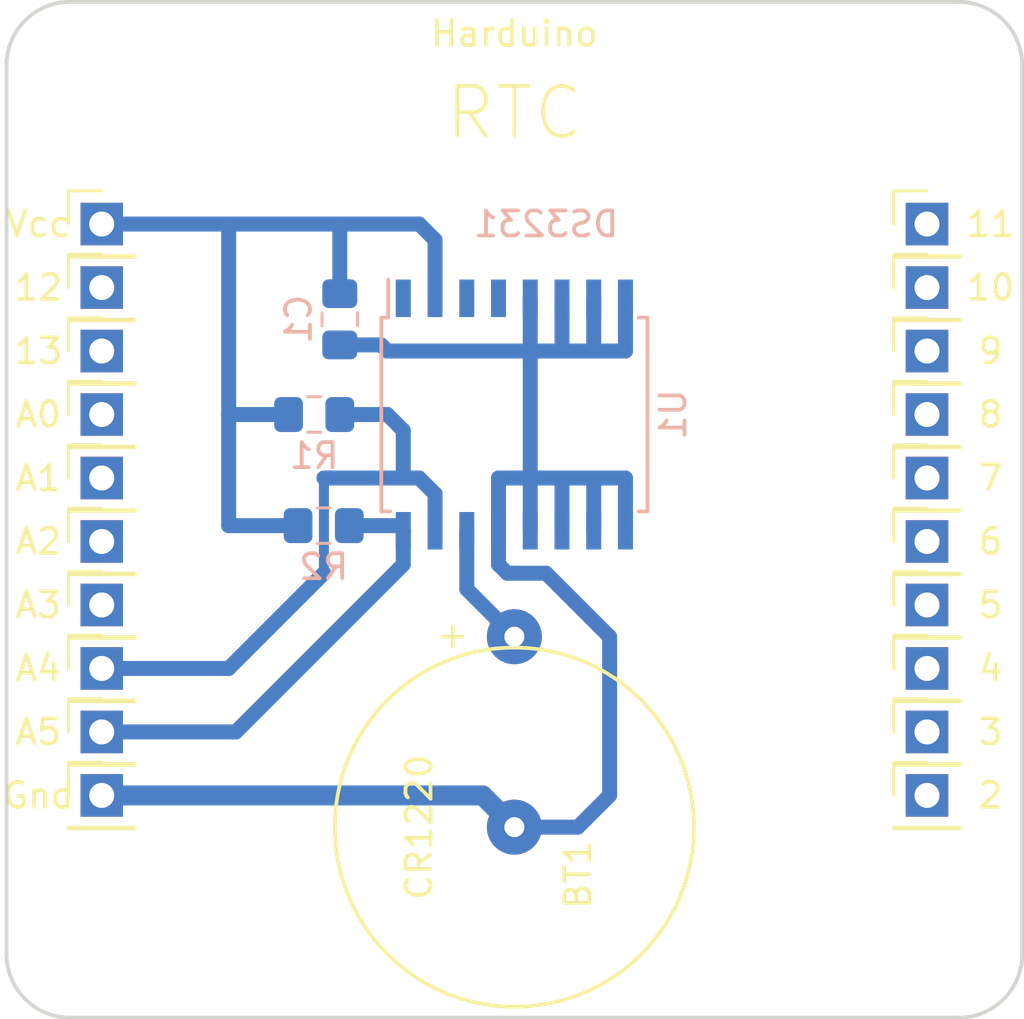
<source format=kicad_pcb>
(kicad_pcb (version 20171130) (host pcbnew "(5.1.4)-1")

  (general
    (thickness 1.6)
    (drawings 31)
    (tracks 58)
    (zones 0)
    (modules 29)
    (nets 25)
  )

  (page A4)
  (layers
    (0 F.Cu signal)
    (31 B.Cu signal)
    (32 B.Adhes user)
    (33 F.Adhes user)
    (34 B.Paste user)
    (35 F.Paste user)
    (36 B.SilkS user)
    (37 F.SilkS user)
    (38 B.Mask user)
    (39 F.Mask user)
    (40 Dwgs.User user)
    (41 Cmts.User user)
    (42 Eco1.User user)
    (43 Eco2.User user)
    (44 Edge.Cuts user)
    (45 Margin user)
    (46 B.CrtYd user)
    (47 F.CrtYd user)
    (48 B.Fab user)
    (49 F.Fab user)
  )

  (setup
    (last_trace_width 0.6)
    (user_trace_width 0.6)
    (user_trace_width 0.8)
    (trace_clearance 0.2)
    (zone_clearance 0.508)
    (zone_45_only no)
    (trace_min 0.2)
    (via_size 0.8)
    (via_drill 0.4)
    (via_min_size 0.4)
    (via_min_drill 0.3)
    (uvia_size 0.3)
    (uvia_drill 0.1)
    (uvias_allowed no)
    (uvia_min_size 0.2)
    (uvia_min_drill 0.1)
    (edge_width 0.05)
    (segment_width 0.2)
    (pcb_text_width 0.3)
    (pcb_text_size 1.5 1.5)
    (mod_edge_width 0.12)
    (mod_text_size 1 1)
    (mod_text_width 0.15)
    (pad_size 1.524 1.524)
    (pad_drill 0.762)
    (pad_to_mask_clearance 0.051)
    (solder_mask_min_width 0.25)
    (aux_axis_origin 0 0)
    (visible_elements 7FFFFFFF)
    (pcbplotparams
      (layerselection 0x010fc_ffffffff)
      (usegerberextensions false)
      (usegerberattributes false)
      (usegerberadvancedattributes false)
      (creategerberjobfile false)
      (excludeedgelayer true)
      (linewidth 0.100000)
      (plotframeref false)
      (viasonmask false)
      (mode 1)
      (useauxorigin false)
      (hpglpennumber 1)
      (hpglpenspeed 20)
      (hpglpendiameter 15.000000)
      (psnegative false)
      (psa4output false)
      (plotreference true)
      (plotvalue true)
      (plotinvisibletext false)
      (padsonsilk false)
      (subtractmaskfromsilk false)
      (outputformat 1)
      (mirror false)
      (drillshape 1)
      (scaleselection 1)
      (outputdirectory ""))
  )

  (net 0 "")
  (net 1 "Net-(J1-Pad1)")
  (net 2 "Net-(J2-Pad1)")
  (net 3 "Net-(J3-Pad1)")
  (net 4 "Net-(J4-Pad1)")
  (net 5 "Net-(J5-Pad1)")
  (net 6 "Net-(J6-Pad1)")
  (net 7 "Net-(J7-Pad1)")
  (net 8 "Net-(J8-Pad1)")
  (net 9 "Net-(J9-Pad1)")
  (net 10 "Net-(J10-Pad1)")
  (net 11 "Net-(J11-Pad1)")
  (net 12 "Net-(J12-Pad1)")
  (net 13 "Net-(J13-Pad1)")
  (net 14 "Net-(J14-Pad1)")
  (net 15 "Net-(J15-Pad1)")
  (net 16 "Net-(J16-Pad1)")
  (net 17 "Net-(J17-Pad1)")
  (net 18 "Net-(J18-Pad1)")
  (net 19 "Net-(BT1-Pad1)")
  (net 20 GND)
  (net 21 VCC)
  (net 22 "Net-(U1-Pad1)")
  (net 23 "Net-(U1-Pad3)")
  (net 24 "Net-(U1-Pad4)")

  (net_class Default "Это класс цепей по умолчанию."
    (clearance 0.2)
    (trace_width 0.25)
    (via_dia 0.8)
    (via_drill 0.4)
    (uvia_dia 0.3)
    (uvia_drill 0.1)
    (add_net GND)
    (add_net "Net-(BT1-Pad1)")
    (add_net "Net-(J1-Pad1)")
    (add_net "Net-(J10-Pad1)")
    (add_net "Net-(J11-Pad1)")
    (add_net "Net-(J12-Pad1)")
    (add_net "Net-(J13-Pad1)")
    (add_net "Net-(J14-Pad1)")
    (add_net "Net-(J15-Pad1)")
    (add_net "Net-(J16-Pad1)")
    (add_net "Net-(J17-Pad1)")
    (add_net "Net-(J18-Pad1)")
    (add_net "Net-(J2-Pad1)")
    (add_net "Net-(J3-Pad1)")
    (add_net "Net-(J4-Pad1)")
    (add_net "Net-(J5-Pad1)")
    (add_net "Net-(J6-Pad1)")
    (add_net "Net-(J7-Pad1)")
    (add_net "Net-(J8-Pad1)")
    (add_net "Net-(J9-Pad1)")
    (add_net "Net-(U1-Pad1)")
    (add_net "Net-(U1-Pad3)")
    (add_net "Net-(U1-Pad4)")
    (add_net VCC)
  )

  (module MountingHole:MountingHole_3.2mm_M3 (layer F.Cu) (tedit 56D1B4CB) (tstamp 5D79781E)
    (at 92.71 54.61)
    (descr "Mounting Hole 3.2mm, no annular, M3")
    (tags "mounting hole 3.2mm no annular m3")
    (path /5D791BF4)
    (attr virtual)
    (fp_text reference H1 (at -3.81 -4.2) (layer F.SilkS) hide
      (effects (font (size 1 1) (thickness 0.15)))
    )
    (fp_text value MountingHole (at 2.54 -5.08) (layer F.Fab) hide
      (effects (font (size 1 1) (thickness 0.15)))
    )
    (fp_circle (center 0 0) (end 3.45 0) (layer F.CrtYd) (width 0.05))
    (fp_circle (center 0 0) (end 3.2 0) (layer Cmts.User) (width 0.15))
    (fp_text user %R (at 0.3 0) (layer F.Fab)
      (effects (font (size 1 1) (thickness 0.15)))
    )
    (pad 1 np_thru_hole circle (at 0 0) (size 3.2 3.2) (drill 3.2) (layers *.Cu *.Mask))
  )

  (module MountingHole:MountingHole_3.2mm_M3 (layer F.Cu) (tedit 56D1B4CB) (tstamp 5D797826)
    (at 92.71 87.63)
    (descr "Mounting Hole 3.2mm, no annular, M3")
    (tags "mounting hole 3.2mm no annular m3")
    (path /5D793188)
    (attr virtual)
    (fp_text reference H2 (at -3.81 3.81) (layer F.SilkS) hide
      (effects (font (size 1 1) (thickness 0.15)))
    )
    (fp_text value MountingHole (at 3.81 5.08) (layer F.Fab) hide
      (effects (font (size 1 1) (thickness 0.15)))
    )
    (fp_text user %R (at 0.3 0) (layer F.Fab)
      (effects (font (size 1 1) (thickness 0.15)))
    )
    (fp_circle (center 0 0) (end 3.2 0) (layer Cmts.User) (width 0.15))
    (fp_circle (center 0 0) (end 3.45 0) (layer F.CrtYd) (width 0.05))
    (pad 1 np_thru_hole circle (at 0 0) (size 3.2 3.2) (drill 3.2) (layers *.Cu *.Mask))
  )

  (module MountingHole:MountingHole_3.2mm_M3 (layer F.Cu) (tedit 56D1B4CB) (tstamp 5D79782E)
    (at 125.73 54.61)
    (descr "Mounting Hole 3.2mm, no annular, M3")
    (tags "mounting hole 3.2mm no annular m3")
    (path /5D793224)
    (attr virtual)
    (fp_text reference H3 (at 3.81 -3.81) (layer F.SilkS) hide
      (effects (font (size 1 1) (thickness 0.15)))
    )
    (fp_text value MountingHole (at -2.54 -5.08) (layer F.Fab) hide
      (effects (font (size 1 1) (thickness 0.15)))
    )
    (fp_circle (center 0 0) (end 3.45 0) (layer F.CrtYd) (width 0.05))
    (fp_circle (center 0 0) (end 3.2 0) (layer Cmts.User) (width 0.15))
    (fp_text user %R (at 0.3 0) (layer F.Fab)
      (effects (font (size 1 1) (thickness 0.15)))
    )
    (pad 1 np_thru_hole circle (at 0 0) (size 3.2 3.2) (drill 3.2) (layers *.Cu *.Mask))
  )

  (module MountingHole:MountingHole_3.2mm_M3 (layer F.Cu) (tedit 56D1B4CB) (tstamp 5D797836)
    (at 125.73 87.63)
    (descr "Mounting Hole 3.2mm, no annular, M3")
    (tags "mounting hole 3.2mm no annular m3")
    (path /5D7932CC)
    (attr virtual)
    (fp_text reference H4 (at 3.81 3.81) (layer F.SilkS) hide
      (effects (font (size 1 1) (thickness 0.15)))
    )
    (fp_text value MountingHole (at -5.08 5.08) (layer F.Fab) hide
      (effects (font (size 1 1) (thickness 0.15)))
    )
    (fp_text user %R (at 0 0) (layer F.Fab)
      (effects (font (size 1 1) (thickness 0.15)))
    )
    (fp_circle (center 0 0) (end 3.2 0) (layer Cmts.User) (width 0.15))
    (fp_circle (center 0 0) (end 3.45 0) (layer F.CrtYd) (width 0.05))
    (pad 1 np_thru_hole circle (at 0 0) (size 3.2 3.2) (drill 3.2) (layers *.Cu *.Mask))
  )

  (module Connector_PinHeader_2.54mm:PinHeader_1x01_P2.54mm_Vertical (layer F.Cu) (tedit 59FED5CC) (tstamp 5D79784B)
    (at 125.73 82.55)
    (descr "Through hole straight pin header, 1x01, 2.54mm pitch, single row")
    (tags "Through hole pin header THT 1x01 2.54mm single row")
    (path /5D793457)
    (fp_text reference J1 (at -2.54 0) (layer F.SilkS) hide
      (effects (font (size 1 1) (thickness 0.15)))
    )
    (fp_text value 2 (at 2.54 0) (layer F.Fab)
      (effects (font (size 1 1) (thickness 0.15)))
    )
    (fp_text user %R (at 0 0 90) (layer F.Fab)
      (effects (font (size 1 1) (thickness 0.15)))
    )
    (fp_line (start 1.8 -1.8) (end -1.8 -1.8) (layer F.CrtYd) (width 0.05))
    (fp_line (start 1.8 1.8) (end 1.8 -1.8) (layer F.CrtYd) (width 0.05))
    (fp_line (start -1.8 1.8) (end 1.8 1.8) (layer F.CrtYd) (width 0.05))
    (fp_line (start -1.8 -1.8) (end -1.8 1.8) (layer F.CrtYd) (width 0.05))
    (fp_line (start -1.33 -1.33) (end 0 -1.33) (layer F.SilkS) (width 0.12))
    (fp_line (start -1.33 0) (end -1.33 -1.33) (layer F.SilkS) (width 0.12))
    (fp_line (start -1.33 1.27) (end 1.33 1.27) (layer F.SilkS) (width 0.12))
    (fp_line (start 1.33 1.27) (end 1.33 1.33) (layer F.SilkS) (width 0.12))
    (fp_line (start -1.33 1.27) (end -1.33 1.33) (layer F.SilkS) (width 0.12))
    (fp_line (start -1.33 1.33) (end 1.33 1.33) (layer F.SilkS) (width 0.12))
    (fp_line (start -1.27 -0.635) (end -0.635 -1.27) (layer F.Fab) (width 0.1))
    (fp_line (start -1.27 1.27) (end -1.27 -0.635) (layer F.Fab) (width 0.1))
    (fp_line (start 1.27 1.27) (end -1.27 1.27) (layer F.Fab) (width 0.1))
    (fp_line (start 1.27 -1.27) (end 1.27 1.27) (layer F.Fab) (width 0.1))
    (fp_line (start -0.635 -1.27) (end 1.27 -1.27) (layer F.Fab) (width 0.1))
    (pad 1 thru_hole rect (at 0 0) (size 1.7 1.7) (drill 1) (layers *.Cu *.Mask)
      (net 1 "Net-(J1-Pad1)"))
    (model ${KISYS3DMOD}/Connector_PinHeader_2.54mm.3dshapes/PinHeader_1x01_P2.54mm_Vertical.wrl
      (at (xyz 0 0 0))
      (scale (xyz 1 1 1))
      (rotate (xyz 0 0 0))
    )
  )

  (module Connector_PinHeader_2.54mm:PinHeader_1x01_P2.54mm_Vertical (layer F.Cu) (tedit 59FED5CC) (tstamp 5D797860)
    (at 125.73 80.01)
    (descr "Through hole straight pin header, 1x01, 2.54mm pitch, single row")
    (tags "Through hole pin header THT 1x01 2.54mm single row")
    (path /5D794940)
    (fp_text reference J2 (at -2.54 0) (layer F.SilkS) hide
      (effects (font (size 1 1) (thickness 0.15)))
    )
    (fp_text value 3 (at 2.54 0) (layer F.Fab)
      (effects (font (size 1 1) (thickness 0.15)))
    )
    (fp_line (start -0.635 -1.27) (end 1.27 -1.27) (layer F.Fab) (width 0.1))
    (fp_line (start 1.27 -1.27) (end 1.27 1.27) (layer F.Fab) (width 0.1))
    (fp_line (start 1.27 1.27) (end -1.27 1.27) (layer F.Fab) (width 0.1))
    (fp_line (start -1.27 1.27) (end -1.27 -0.635) (layer F.Fab) (width 0.1))
    (fp_line (start -1.27 -0.635) (end -0.635 -1.27) (layer F.Fab) (width 0.1))
    (fp_line (start -1.33 1.33) (end 1.33 1.33) (layer F.SilkS) (width 0.12))
    (fp_line (start -1.33 1.27) (end -1.33 1.33) (layer F.SilkS) (width 0.12))
    (fp_line (start 1.33 1.27) (end 1.33 1.33) (layer F.SilkS) (width 0.12))
    (fp_line (start -1.33 1.27) (end 1.33 1.27) (layer F.SilkS) (width 0.12))
    (fp_line (start -1.33 0) (end -1.33 -1.33) (layer F.SilkS) (width 0.12))
    (fp_line (start -1.33 -1.33) (end 0 -1.33) (layer F.SilkS) (width 0.12))
    (fp_line (start -1.8 -1.8) (end -1.8 1.8) (layer F.CrtYd) (width 0.05))
    (fp_line (start -1.8 1.8) (end 1.8 1.8) (layer F.CrtYd) (width 0.05))
    (fp_line (start 1.8 1.8) (end 1.8 -1.8) (layer F.CrtYd) (width 0.05))
    (fp_line (start 1.8 -1.8) (end -1.8 -1.8) (layer F.CrtYd) (width 0.05))
    (fp_text user %R (at 0 0 90) (layer F.Fab)
      (effects (font (size 1 1) (thickness 0.15)))
    )
    (pad 1 thru_hole rect (at 0 0) (size 1.7 1.7) (drill 1) (layers *.Cu *.Mask)
      (net 2 "Net-(J2-Pad1)"))
    (model ${KISYS3DMOD}/Connector_PinHeader_2.54mm.3dshapes/PinHeader_1x01_P2.54mm_Vertical.wrl
      (at (xyz 0 0 0))
      (scale (xyz 1 1 1))
      (rotate (xyz 0 0 0))
    )
  )

  (module Connector_PinHeader_2.54mm:PinHeader_1x01_P2.54mm_Vertical (layer F.Cu) (tedit 59FED5CC) (tstamp 5D797875)
    (at 125.73 77.47)
    (descr "Through hole straight pin header, 1x01, 2.54mm pitch, single row")
    (tags "Through hole pin header THT 1x01 2.54mm single row")
    (path /5D794B32)
    (fp_text reference J3 (at -2.54 0) (layer F.SilkS) hide
      (effects (font (size 1 1) (thickness 0.15)))
    )
    (fp_text value 4 (at 2.54 0) (layer F.Fab)
      (effects (font (size 1 1) (thickness 0.15)))
    )
    (fp_text user %R (at 0 0 90) (layer F.Fab)
      (effects (font (size 1 1) (thickness 0.15)))
    )
    (fp_line (start 1.8 -1.8) (end -1.8 -1.8) (layer F.CrtYd) (width 0.05))
    (fp_line (start 1.8 1.8) (end 1.8 -1.8) (layer F.CrtYd) (width 0.05))
    (fp_line (start -1.8 1.8) (end 1.8 1.8) (layer F.CrtYd) (width 0.05))
    (fp_line (start -1.8 -1.8) (end -1.8 1.8) (layer F.CrtYd) (width 0.05))
    (fp_line (start -1.33 -1.33) (end 0 -1.33) (layer F.SilkS) (width 0.12))
    (fp_line (start -1.33 0) (end -1.33 -1.33) (layer F.SilkS) (width 0.12))
    (fp_line (start -1.33 1.27) (end 1.33 1.27) (layer F.SilkS) (width 0.12))
    (fp_line (start 1.33 1.27) (end 1.33 1.33) (layer F.SilkS) (width 0.12))
    (fp_line (start -1.33 1.27) (end -1.33 1.33) (layer F.SilkS) (width 0.12))
    (fp_line (start -1.33 1.33) (end 1.33 1.33) (layer F.SilkS) (width 0.12))
    (fp_line (start -1.27 -0.635) (end -0.635 -1.27) (layer F.Fab) (width 0.1))
    (fp_line (start -1.27 1.27) (end -1.27 -0.635) (layer F.Fab) (width 0.1))
    (fp_line (start 1.27 1.27) (end -1.27 1.27) (layer F.Fab) (width 0.1))
    (fp_line (start 1.27 -1.27) (end 1.27 1.27) (layer F.Fab) (width 0.1))
    (fp_line (start -0.635 -1.27) (end 1.27 -1.27) (layer F.Fab) (width 0.1))
    (pad 1 thru_hole rect (at 0 0) (size 1.7 1.7) (drill 1) (layers *.Cu *.Mask)
      (net 3 "Net-(J3-Pad1)"))
    (model ${KISYS3DMOD}/Connector_PinHeader_2.54mm.3dshapes/PinHeader_1x01_P2.54mm_Vertical.wrl
      (at (xyz 0 0 0))
      (scale (xyz 1 1 1))
      (rotate (xyz 0 0 0))
    )
  )

  (module Connector_PinHeader_2.54mm:PinHeader_1x01_P2.54mm_Vertical (layer F.Cu) (tedit 59FED5CC) (tstamp 5D79788A)
    (at 125.73 74.93)
    (descr "Through hole straight pin header, 1x01, 2.54mm pitch, single row")
    (tags "Through hole pin header THT 1x01 2.54mm single row")
    (path /5D794C66)
    (fp_text reference J4 (at -2.54 0) (layer F.SilkS) hide
      (effects (font (size 1 1) (thickness 0.15)))
    )
    (fp_text value 5 (at 2.54 0) (layer F.Fab)
      (effects (font (size 1 1) (thickness 0.15)))
    )
    (fp_line (start -0.635 -1.27) (end 1.27 -1.27) (layer F.Fab) (width 0.1))
    (fp_line (start 1.27 -1.27) (end 1.27 1.27) (layer F.Fab) (width 0.1))
    (fp_line (start 1.27 1.27) (end -1.27 1.27) (layer F.Fab) (width 0.1))
    (fp_line (start -1.27 1.27) (end -1.27 -0.635) (layer F.Fab) (width 0.1))
    (fp_line (start -1.27 -0.635) (end -0.635 -1.27) (layer F.Fab) (width 0.1))
    (fp_line (start -1.33 1.33) (end 1.33 1.33) (layer F.SilkS) (width 0.12))
    (fp_line (start -1.33 1.27) (end -1.33 1.33) (layer F.SilkS) (width 0.12))
    (fp_line (start 1.33 1.27) (end 1.33 1.33) (layer F.SilkS) (width 0.12))
    (fp_line (start -1.33 1.27) (end 1.33 1.27) (layer F.SilkS) (width 0.12))
    (fp_line (start -1.33 0) (end -1.33 -1.33) (layer F.SilkS) (width 0.12))
    (fp_line (start -1.33 -1.33) (end 0 -1.33) (layer F.SilkS) (width 0.12))
    (fp_line (start -1.8 -1.8) (end -1.8 1.8) (layer F.CrtYd) (width 0.05))
    (fp_line (start -1.8 1.8) (end 1.8 1.8) (layer F.CrtYd) (width 0.05))
    (fp_line (start 1.8 1.8) (end 1.8 -1.8) (layer F.CrtYd) (width 0.05))
    (fp_line (start 1.8 -1.8) (end -1.8 -1.8) (layer F.CrtYd) (width 0.05))
    (fp_text user %R (at 0 0 90) (layer F.Fab)
      (effects (font (size 1 1) (thickness 0.15)))
    )
    (pad 1 thru_hole rect (at 0 0) (size 1.7 1.7) (drill 1) (layers *.Cu *.Mask)
      (net 4 "Net-(J4-Pad1)"))
    (model ${KISYS3DMOD}/Connector_PinHeader_2.54mm.3dshapes/PinHeader_1x01_P2.54mm_Vertical.wrl
      (at (xyz 0 0 0))
      (scale (xyz 1 1 1))
      (rotate (xyz 0 0 0))
    )
  )

  (module Connector_PinHeader_2.54mm:PinHeader_1x01_P2.54mm_Vertical (layer F.Cu) (tedit 59FED5CC) (tstamp 5D79789F)
    (at 125.73 72.39)
    (descr "Through hole straight pin header, 1x01, 2.54mm pitch, single row")
    (tags "Through hole pin header THT 1x01 2.54mm single row")
    (path /5D794EF4)
    (fp_text reference J5 (at -2.54 0) (layer F.SilkS) hide
      (effects (font (size 1 1) (thickness 0.15)))
    )
    (fp_text value 6 (at 2.54 0) (layer F.Fab)
      (effects (font (size 1 1) (thickness 0.15)))
    )
    (fp_text user %R (at 0 0 90) (layer F.Fab)
      (effects (font (size 1 1) (thickness 0.15)))
    )
    (fp_line (start 1.8 -1.8) (end -1.8 -1.8) (layer F.CrtYd) (width 0.05))
    (fp_line (start 1.8 1.8) (end 1.8 -1.8) (layer F.CrtYd) (width 0.05))
    (fp_line (start -1.8 1.8) (end 1.8 1.8) (layer F.CrtYd) (width 0.05))
    (fp_line (start -1.8 -1.8) (end -1.8 1.8) (layer F.CrtYd) (width 0.05))
    (fp_line (start -1.33 -1.33) (end 0 -1.33) (layer F.SilkS) (width 0.12))
    (fp_line (start -1.33 0) (end -1.33 -1.33) (layer F.SilkS) (width 0.12))
    (fp_line (start -1.33 1.27) (end 1.33 1.27) (layer F.SilkS) (width 0.12))
    (fp_line (start 1.33 1.27) (end 1.33 1.33) (layer F.SilkS) (width 0.12))
    (fp_line (start -1.33 1.27) (end -1.33 1.33) (layer F.SilkS) (width 0.12))
    (fp_line (start -1.33 1.33) (end 1.33 1.33) (layer F.SilkS) (width 0.12))
    (fp_line (start -1.27 -0.635) (end -0.635 -1.27) (layer F.Fab) (width 0.1))
    (fp_line (start -1.27 1.27) (end -1.27 -0.635) (layer F.Fab) (width 0.1))
    (fp_line (start 1.27 1.27) (end -1.27 1.27) (layer F.Fab) (width 0.1))
    (fp_line (start 1.27 -1.27) (end 1.27 1.27) (layer F.Fab) (width 0.1))
    (fp_line (start -0.635 -1.27) (end 1.27 -1.27) (layer F.Fab) (width 0.1))
    (pad 1 thru_hole rect (at 0 0) (size 1.7 1.7) (drill 1) (layers *.Cu *.Mask)
      (net 5 "Net-(J5-Pad1)"))
    (model ${KISYS3DMOD}/Connector_PinHeader_2.54mm.3dshapes/PinHeader_1x01_P2.54mm_Vertical.wrl
      (at (xyz 0 0 0))
      (scale (xyz 1 1 1))
      (rotate (xyz 0 0 0))
    )
  )

  (module Connector_PinHeader_2.54mm:PinHeader_1x01_P2.54mm_Vertical (layer F.Cu) (tedit 59FED5CC) (tstamp 5D7978B4)
    (at 125.73 69.85)
    (descr "Through hole straight pin header, 1x01, 2.54mm pitch, single row")
    (tags "Through hole pin header THT 1x01 2.54mm single row")
    (path /5D795168)
    (fp_text reference J6 (at -2.54 0) (layer F.SilkS) hide
      (effects (font (size 1 1) (thickness 0.15)))
    )
    (fp_text value 7 (at 2.54 0) (layer F.Fab)
      (effects (font (size 1 1) (thickness 0.15)))
    )
    (fp_line (start -0.635 -1.27) (end 1.27 -1.27) (layer F.Fab) (width 0.1))
    (fp_line (start 1.27 -1.27) (end 1.27 1.27) (layer F.Fab) (width 0.1))
    (fp_line (start 1.27 1.27) (end -1.27 1.27) (layer F.Fab) (width 0.1))
    (fp_line (start -1.27 1.27) (end -1.27 -0.635) (layer F.Fab) (width 0.1))
    (fp_line (start -1.27 -0.635) (end -0.635 -1.27) (layer F.Fab) (width 0.1))
    (fp_line (start -1.33 1.33) (end 1.33 1.33) (layer F.SilkS) (width 0.12))
    (fp_line (start -1.33 1.27) (end -1.33 1.33) (layer F.SilkS) (width 0.12))
    (fp_line (start 1.33 1.27) (end 1.33 1.33) (layer F.SilkS) (width 0.12))
    (fp_line (start -1.33 1.27) (end 1.33 1.27) (layer F.SilkS) (width 0.12))
    (fp_line (start -1.33 0) (end -1.33 -1.33) (layer F.SilkS) (width 0.12))
    (fp_line (start -1.33 -1.33) (end 0 -1.33) (layer F.SilkS) (width 0.12))
    (fp_line (start -1.8 -1.8) (end -1.8 1.8) (layer F.CrtYd) (width 0.05))
    (fp_line (start -1.8 1.8) (end 1.8 1.8) (layer F.CrtYd) (width 0.05))
    (fp_line (start 1.8 1.8) (end 1.8 -1.8) (layer F.CrtYd) (width 0.05))
    (fp_line (start 1.8 -1.8) (end -1.8 -1.8) (layer F.CrtYd) (width 0.05))
    (fp_text user %R (at 0 0 90) (layer F.Fab)
      (effects (font (size 1 1) (thickness 0.15)))
    )
    (pad 1 thru_hole rect (at 0 0) (size 1.7 1.7) (drill 1) (layers *.Cu *.Mask)
      (net 6 "Net-(J6-Pad1)"))
    (model ${KISYS3DMOD}/Connector_PinHeader_2.54mm.3dshapes/PinHeader_1x01_P2.54mm_Vertical.wrl
      (at (xyz 0 0 0))
      (scale (xyz 1 1 1))
      (rotate (xyz 0 0 0))
    )
  )

  (module Connector_PinHeader_2.54mm:PinHeader_1x01_P2.54mm_Vertical (layer F.Cu) (tedit 59FED5CC) (tstamp 5D7978C9)
    (at 125.73 67.31)
    (descr "Through hole straight pin header, 1x01, 2.54mm pitch, single row")
    (tags "Through hole pin header THT 1x01 2.54mm single row")
    (path /5D795340)
    (fp_text reference J7 (at -2.54 0) (layer F.SilkS) hide
      (effects (font (size 1 1) (thickness 0.15)))
    )
    (fp_text value 8 (at 2.54 0) (layer F.Fab)
      (effects (font (size 1 1) (thickness 0.15)))
    )
    (fp_text user %R (at 0 0 90) (layer F.Fab)
      (effects (font (size 1 1) (thickness 0.15)))
    )
    (fp_line (start 1.8 -1.8) (end -1.8 -1.8) (layer F.CrtYd) (width 0.05))
    (fp_line (start 1.8 1.8) (end 1.8 -1.8) (layer F.CrtYd) (width 0.05))
    (fp_line (start -1.8 1.8) (end 1.8 1.8) (layer F.CrtYd) (width 0.05))
    (fp_line (start -1.8 -1.8) (end -1.8 1.8) (layer F.CrtYd) (width 0.05))
    (fp_line (start -1.33 -1.33) (end 0 -1.33) (layer F.SilkS) (width 0.12))
    (fp_line (start -1.33 0) (end -1.33 -1.33) (layer F.SilkS) (width 0.12))
    (fp_line (start -1.33 1.27) (end 1.33 1.27) (layer F.SilkS) (width 0.12))
    (fp_line (start 1.33 1.27) (end 1.33 1.33) (layer F.SilkS) (width 0.12))
    (fp_line (start -1.33 1.27) (end -1.33 1.33) (layer F.SilkS) (width 0.12))
    (fp_line (start -1.33 1.33) (end 1.33 1.33) (layer F.SilkS) (width 0.12))
    (fp_line (start -1.27 -0.635) (end -0.635 -1.27) (layer F.Fab) (width 0.1))
    (fp_line (start -1.27 1.27) (end -1.27 -0.635) (layer F.Fab) (width 0.1))
    (fp_line (start 1.27 1.27) (end -1.27 1.27) (layer F.Fab) (width 0.1))
    (fp_line (start 1.27 -1.27) (end 1.27 1.27) (layer F.Fab) (width 0.1))
    (fp_line (start -0.635 -1.27) (end 1.27 -1.27) (layer F.Fab) (width 0.1))
    (pad 1 thru_hole rect (at 0 0) (size 1.7 1.7) (drill 1) (layers *.Cu *.Mask)
      (net 7 "Net-(J7-Pad1)"))
    (model ${KISYS3DMOD}/Connector_PinHeader_2.54mm.3dshapes/PinHeader_1x01_P2.54mm_Vertical.wrl
      (at (xyz 0 0 0))
      (scale (xyz 1 1 1))
      (rotate (xyz 0 0 0))
    )
  )

  (module Connector_PinHeader_2.54mm:PinHeader_1x01_P2.54mm_Vertical (layer F.Cu) (tedit 59FED5CC) (tstamp 5D7978DE)
    (at 125.73 64.77)
    (descr "Through hole straight pin header, 1x01, 2.54mm pitch, single row")
    (tags "Through hole pin header THT 1x01 2.54mm single row")
    (path /5D7955DE)
    (fp_text reference J8 (at -2.54 0) (layer F.SilkS) hide
      (effects (font (size 1 1) (thickness 0.15)))
    )
    (fp_text value 9 (at 2.54 0) (layer F.Fab)
      (effects (font (size 1 1) (thickness 0.15)))
    )
    (fp_line (start -0.635 -1.27) (end 1.27 -1.27) (layer F.Fab) (width 0.1))
    (fp_line (start 1.27 -1.27) (end 1.27 1.27) (layer F.Fab) (width 0.1))
    (fp_line (start 1.27 1.27) (end -1.27 1.27) (layer F.Fab) (width 0.1))
    (fp_line (start -1.27 1.27) (end -1.27 -0.635) (layer F.Fab) (width 0.1))
    (fp_line (start -1.27 -0.635) (end -0.635 -1.27) (layer F.Fab) (width 0.1))
    (fp_line (start -1.33 1.33) (end 1.33 1.33) (layer F.SilkS) (width 0.12))
    (fp_line (start -1.33 1.27) (end -1.33 1.33) (layer F.SilkS) (width 0.12))
    (fp_line (start 1.33 1.27) (end 1.33 1.33) (layer F.SilkS) (width 0.12))
    (fp_line (start -1.33 1.27) (end 1.33 1.27) (layer F.SilkS) (width 0.12))
    (fp_line (start -1.33 0) (end -1.33 -1.33) (layer F.SilkS) (width 0.12))
    (fp_line (start -1.33 -1.33) (end 0 -1.33) (layer F.SilkS) (width 0.12))
    (fp_line (start -1.8 -1.8) (end -1.8 1.8) (layer F.CrtYd) (width 0.05))
    (fp_line (start -1.8 1.8) (end 1.8 1.8) (layer F.CrtYd) (width 0.05))
    (fp_line (start 1.8 1.8) (end 1.8 -1.8) (layer F.CrtYd) (width 0.05))
    (fp_line (start 1.8 -1.8) (end -1.8 -1.8) (layer F.CrtYd) (width 0.05))
    (fp_text user %R (at 0 0 90) (layer F.Fab)
      (effects (font (size 1 1) (thickness 0.15)))
    )
    (pad 1 thru_hole rect (at 0 0) (size 1.7 1.7) (drill 1) (layers *.Cu *.Mask)
      (net 8 "Net-(J8-Pad1)"))
    (model ${KISYS3DMOD}/Connector_PinHeader_2.54mm.3dshapes/PinHeader_1x01_P2.54mm_Vertical.wrl
      (at (xyz 0 0 0))
      (scale (xyz 1 1 1))
      (rotate (xyz 0 0 0))
    )
  )

  (module Connector_PinHeader_2.54mm:PinHeader_1x01_P2.54mm_Vertical (layer F.Cu) (tedit 59FED5CC) (tstamp 5D7978F3)
    (at 125.73 62.23)
    (descr "Through hole straight pin header, 1x01, 2.54mm pitch, single row")
    (tags "Through hole pin header THT 1x01 2.54mm single row")
    (path /5D7957DA)
    (fp_text reference J9 (at -2.54 0) (layer F.SilkS) hide
      (effects (font (size 1 1) (thickness 0.15)))
    )
    (fp_text value 10 (at 2.54 0) (layer F.Fab)
      (effects (font (size 1 1) (thickness 0.15)))
    )
    (fp_text user %R (at 0 0 90) (layer F.Fab)
      (effects (font (size 1 1) (thickness 0.15)))
    )
    (fp_line (start 1.8 -1.8) (end -1.8 -1.8) (layer F.CrtYd) (width 0.05))
    (fp_line (start 1.8 1.8) (end 1.8 -1.8) (layer F.CrtYd) (width 0.05))
    (fp_line (start -1.8 1.8) (end 1.8 1.8) (layer F.CrtYd) (width 0.05))
    (fp_line (start -1.8 -1.8) (end -1.8 1.8) (layer F.CrtYd) (width 0.05))
    (fp_line (start -1.33 -1.33) (end 0 -1.33) (layer F.SilkS) (width 0.12))
    (fp_line (start -1.33 0) (end -1.33 -1.33) (layer F.SilkS) (width 0.12))
    (fp_line (start -1.33 1.27) (end 1.33 1.27) (layer F.SilkS) (width 0.12))
    (fp_line (start 1.33 1.27) (end 1.33 1.33) (layer F.SilkS) (width 0.12))
    (fp_line (start -1.33 1.27) (end -1.33 1.33) (layer F.SilkS) (width 0.12))
    (fp_line (start -1.33 1.33) (end 1.33 1.33) (layer F.SilkS) (width 0.12))
    (fp_line (start -1.27 -0.635) (end -0.635 -1.27) (layer F.Fab) (width 0.1))
    (fp_line (start -1.27 1.27) (end -1.27 -0.635) (layer F.Fab) (width 0.1))
    (fp_line (start 1.27 1.27) (end -1.27 1.27) (layer F.Fab) (width 0.1))
    (fp_line (start 1.27 -1.27) (end 1.27 1.27) (layer F.Fab) (width 0.1))
    (fp_line (start -0.635 -1.27) (end 1.27 -1.27) (layer F.Fab) (width 0.1))
    (pad 1 thru_hole rect (at 0 0) (size 1.7 1.7) (drill 1) (layers *.Cu *.Mask)
      (net 9 "Net-(J9-Pad1)"))
    (model ${KISYS3DMOD}/Connector_PinHeader_2.54mm.3dshapes/PinHeader_1x01_P2.54mm_Vertical.wrl
      (at (xyz 0 0 0))
      (scale (xyz 1 1 1))
      (rotate (xyz 0 0 0))
    )
  )

  (module Connector_PinHeader_2.54mm:PinHeader_1x01_P2.54mm_Vertical (layer F.Cu) (tedit 59FED5CC) (tstamp 5D797908)
    (at 125.73 59.69)
    (descr "Through hole straight pin header, 1x01, 2.54mm pitch, single row")
    (tags "Through hole pin header THT 1x01 2.54mm single row")
    (path /5D795810)
    (fp_text reference J10 (at -2.54 0) (layer F.SilkS) hide
      (effects (font (size 1 1) (thickness 0.15)))
    )
    (fp_text value 11 (at 2.54 0) (layer F.Fab)
      (effects (font (size 1 1) (thickness 0.15)))
    )
    (fp_line (start -0.635 -1.27) (end 1.27 -1.27) (layer F.Fab) (width 0.1))
    (fp_line (start 1.27 -1.27) (end 1.27 1.27) (layer F.Fab) (width 0.1))
    (fp_line (start 1.27 1.27) (end -1.27 1.27) (layer F.Fab) (width 0.1))
    (fp_line (start -1.27 1.27) (end -1.27 -0.635) (layer F.Fab) (width 0.1))
    (fp_line (start -1.27 -0.635) (end -0.635 -1.27) (layer F.Fab) (width 0.1))
    (fp_line (start -1.33 1.33) (end 1.33 1.33) (layer F.SilkS) (width 0.12))
    (fp_line (start -1.33 1.27) (end -1.33 1.33) (layer F.SilkS) (width 0.12))
    (fp_line (start 1.33 1.27) (end 1.33 1.33) (layer F.SilkS) (width 0.12))
    (fp_line (start -1.33 1.27) (end 1.33 1.27) (layer F.SilkS) (width 0.12))
    (fp_line (start -1.33 0) (end -1.33 -1.33) (layer F.SilkS) (width 0.12))
    (fp_line (start -1.33 -1.33) (end 0 -1.33) (layer F.SilkS) (width 0.12))
    (fp_line (start -1.8 -1.8) (end -1.8 1.8) (layer F.CrtYd) (width 0.05))
    (fp_line (start -1.8 1.8) (end 1.8 1.8) (layer F.CrtYd) (width 0.05))
    (fp_line (start 1.8 1.8) (end 1.8 -1.8) (layer F.CrtYd) (width 0.05))
    (fp_line (start 1.8 -1.8) (end -1.8 -1.8) (layer F.CrtYd) (width 0.05))
    (fp_text user %R (at 0 0 90) (layer F.Fab)
      (effects (font (size 1 1) (thickness 0.15)))
    )
    (pad 1 thru_hole rect (at 0 0) (size 1.7 1.7) (drill 1) (layers *.Cu *.Mask)
      (net 10 "Net-(J10-Pad1)"))
    (model ${KISYS3DMOD}/Connector_PinHeader_2.54mm.3dshapes/PinHeader_1x01_P2.54mm_Vertical.wrl
      (at (xyz 0 0 0))
      (scale (xyz 1 1 1))
      (rotate (xyz 0 0 0))
    )
  )

  (module Connector_PinHeader_2.54mm:PinHeader_1x01_P2.54mm_Vertical (layer F.Cu) (tedit 59FED5CC) (tstamp 5D79791D)
    (at 92.71 62.23)
    (descr "Through hole straight pin header, 1x01, 2.54mm pitch, single row")
    (tags "Through hole pin header THT 1x01 2.54mm single row")
    (path /5D7959D6)
    (fp_text reference J11 (at 3.175 0) (layer F.SilkS) hide
      (effects (font (size 1 1) (thickness 0.15)))
    )
    (fp_text value 12 (at -2.54 0) (layer F.Fab)
      (effects (font (size 1 1) (thickness 0.15)))
    )
    (fp_text user %R (at 0 0 90) (layer F.Fab)
      (effects (font (size 1 1) (thickness 0.15)))
    )
    (fp_line (start 1.8 -1.8) (end -1.8 -1.8) (layer F.CrtYd) (width 0.05))
    (fp_line (start 1.8 1.8) (end 1.8 -1.8) (layer F.CrtYd) (width 0.05))
    (fp_line (start -1.8 1.8) (end 1.8 1.8) (layer F.CrtYd) (width 0.05))
    (fp_line (start -1.8 -1.8) (end -1.8 1.8) (layer F.CrtYd) (width 0.05))
    (fp_line (start -1.33 -1.33) (end 0 -1.33) (layer F.SilkS) (width 0.12))
    (fp_line (start -1.33 0) (end -1.33 -1.33) (layer F.SilkS) (width 0.12))
    (fp_line (start -1.33 1.27) (end 1.33 1.27) (layer F.SilkS) (width 0.12))
    (fp_line (start 1.33 1.27) (end 1.33 1.33) (layer F.SilkS) (width 0.12))
    (fp_line (start -1.33 1.27) (end -1.33 1.33) (layer F.SilkS) (width 0.12))
    (fp_line (start -1.33 1.33) (end 1.33 1.33) (layer F.SilkS) (width 0.12))
    (fp_line (start -1.27 -0.635) (end -0.635 -1.27) (layer F.Fab) (width 0.1))
    (fp_line (start -1.27 1.27) (end -1.27 -0.635) (layer F.Fab) (width 0.1))
    (fp_line (start 1.27 1.27) (end -1.27 1.27) (layer F.Fab) (width 0.1))
    (fp_line (start 1.27 -1.27) (end 1.27 1.27) (layer F.Fab) (width 0.1))
    (fp_line (start -0.635 -1.27) (end 1.27 -1.27) (layer F.Fab) (width 0.1))
    (pad 1 thru_hole rect (at 0 0) (size 1.7 1.7) (drill 1) (layers *.Cu *.Mask)
      (net 11 "Net-(J11-Pad1)"))
    (model ${KISYS3DMOD}/Connector_PinHeader_2.54mm.3dshapes/PinHeader_1x01_P2.54mm_Vertical.wrl
      (at (xyz 0 0 0))
      (scale (xyz 1 1 1))
      (rotate (xyz 0 0 0))
    )
  )

  (module Connector_PinHeader_2.54mm:PinHeader_1x01_P2.54mm_Vertical (layer F.Cu) (tedit 59FED5CC) (tstamp 5D797932)
    (at 92.71 64.77)
    (descr "Through hole straight pin header, 1x01, 2.54mm pitch, single row")
    (tags "Through hole pin header THT 1x01 2.54mm single row")
    (path /5D79744D)
    (fp_text reference J12 (at 3.175 0) (layer F.SilkS) hide
      (effects (font (size 1 1) (thickness 0.15)))
    )
    (fp_text value 13 (at -2.54 0) (layer F.Fab)
      (effects (font (size 1 1) (thickness 0.15)))
    )
    (fp_line (start -0.635 -1.27) (end 1.27 -1.27) (layer F.Fab) (width 0.1))
    (fp_line (start 1.27 -1.27) (end 1.27 1.27) (layer F.Fab) (width 0.1))
    (fp_line (start 1.27 1.27) (end -1.27 1.27) (layer F.Fab) (width 0.1))
    (fp_line (start -1.27 1.27) (end -1.27 -0.635) (layer F.Fab) (width 0.1))
    (fp_line (start -1.27 -0.635) (end -0.635 -1.27) (layer F.Fab) (width 0.1))
    (fp_line (start -1.33 1.33) (end 1.33 1.33) (layer F.SilkS) (width 0.12))
    (fp_line (start -1.33 1.27) (end -1.33 1.33) (layer F.SilkS) (width 0.12))
    (fp_line (start 1.33 1.27) (end 1.33 1.33) (layer F.SilkS) (width 0.12))
    (fp_line (start -1.33 1.27) (end 1.33 1.27) (layer F.SilkS) (width 0.12))
    (fp_line (start -1.33 0) (end -1.33 -1.33) (layer F.SilkS) (width 0.12))
    (fp_line (start -1.33 -1.33) (end 0 -1.33) (layer F.SilkS) (width 0.12))
    (fp_line (start -1.8 -1.8) (end -1.8 1.8) (layer F.CrtYd) (width 0.05))
    (fp_line (start -1.8 1.8) (end 1.8 1.8) (layer F.CrtYd) (width 0.05))
    (fp_line (start 1.8 1.8) (end 1.8 -1.8) (layer F.CrtYd) (width 0.05))
    (fp_line (start 1.8 -1.8) (end -1.8 -1.8) (layer F.CrtYd) (width 0.05))
    (fp_text user %R (at 0 0 90) (layer F.Fab)
      (effects (font (size 1 1) (thickness 0.15)))
    )
    (pad 1 thru_hole rect (at 0 0) (size 1.7 1.7) (drill 1) (layers *.Cu *.Mask)
      (net 12 "Net-(J12-Pad1)"))
    (model ${KISYS3DMOD}/Connector_PinHeader_2.54mm.3dshapes/PinHeader_1x01_P2.54mm_Vertical.wrl
      (at (xyz 0 0 0))
      (scale (xyz 1 1 1))
      (rotate (xyz 0 0 0))
    )
  )

  (module Connector_PinHeader_2.54mm:PinHeader_1x01_P2.54mm_Vertical (layer F.Cu) (tedit 59FED5CC) (tstamp 5D797947)
    (at 92.71 67.31)
    (descr "Through hole straight pin header, 1x01, 2.54mm pitch, single row")
    (tags "Through hole pin header THT 1x01 2.54mm single row")
    (path /5D795BCF)
    (fp_text reference J13 (at 3.175 0) (layer F.SilkS) hide
      (effects (font (size 1 1) (thickness 0.15)))
    )
    (fp_text value A0 (at -2.54 0) (layer F.Fab)
      (effects (font (size 1 1) (thickness 0.15)))
    )
    (fp_line (start -0.635 -1.27) (end 1.27 -1.27) (layer F.Fab) (width 0.1))
    (fp_line (start 1.27 -1.27) (end 1.27 1.27) (layer F.Fab) (width 0.1))
    (fp_line (start 1.27 1.27) (end -1.27 1.27) (layer F.Fab) (width 0.1))
    (fp_line (start -1.27 1.27) (end -1.27 -0.635) (layer F.Fab) (width 0.1))
    (fp_line (start -1.27 -0.635) (end -0.635 -1.27) (layer F.Fab) (width 0.1))
    (fp_line (start -1.33 1.33) (end 1.33 1.33) (layer F.SilkS) (width 0.12))
    (fp_line (start -1.33 1.27) (end -1.33 1.33) (layer F.SilkS) (width 0.12))
    (fp_line (start 1.33 1.27) (end 1.33 1.33) (layer F.SilkS) (width 0.12))
    (fp_line (start -1.33 1.27) (end 1.33 1.27) (layer F.SilkS) (width 0.12))
    (fp_line (start -1.33 0) (end -1.33 -1.33) (layer F.SilkS) (width 0.12))
    (fp_line (start -1.33 -1.33) (end 0 -1.33) (layer F.SilkS) (width 0.12))
    (fp_line (start -1.8 -1.8) (end -1.8 1.8) (layer F.CrtYd) (width 0.05))
    (fp_line (start -1.8 1.8) (end 1.8 1.8) (layer F.CrtYd) (width 0.05))
    (fp_line (start 1.8 1.8) (end 1.8 -1.8) (layer F.CrtYd) (width 0.05))
    (fp_line (start 1.8 -1.8) (end -1.8 -1.8) (layer F.CrtYd) (width 0.05))
    (fp_text user %R (at 0 0 90) (layer F.Fab)
      (effects (font (size 1 1) (thickness 0.15)))
    )
    (pad 1 thru_hole rect (at 0 0) (size 1.7 1.7) (drill 1) (layers *.Cu *.Mask)
      (net 13 "Net-(J13-Pad1)"))
    (model ${KISYS3DMOD}/Connector_PinHeader_2.54mm.3dshapes/PinHeader_1x01_P2.54mm_Vertical.wrl
      (at (xyz 0 0 0))
      (scale (xyz 1 1 1))
      (rotate (xyz 0 0 0))
    )
  )

  (module Connector_PinHeader_2.54mm:PinHeader_1x01_P2.54mm_Vertical (layer F.Cu) (tedit 59FED5CC) (tstamp 5D79795C)
    (at 92.71 69.85)
    (descr "Through hole straight pin header, 1x01, 2.54mm pitch, single row")
    (tags "Through hole pin header THT 1x01 2.54mm single row")
    (path /5D7961B8)
    (fp_text reference J14 (at 3.175 0) (layer F.SilkS) hide
      (effects (font (size 1 1) (thickness 0.15)))
    )
    (fp_text value A1 (at -2.54 0) (layer F.Fab)
      (effects (font (size 1 1) (thickness 0.15)))
    )
    (fp_text user %R (at 0 0 90) (layer F.Fab)
      (effects (font (size 1 1) (thickness 0.15)))
    )
    (fp_line (start 1.8 -1.8) (end -1.8 -1.8) (layer F.CrtYd) (width 0.05))
    (fp_line (start 1.8 1.8) (end 1.8 -1.8) (layer F.CrtYd) (width 0.05))
    (fp_line (start -1.8 1.8) (end 1.8 1.8) (layer F.CrtYd) (width 0.05))
    (fp_line (start -1.8 -1.8) (end -1.8 1.8) (layer F.CrtYd) (width 0.05))
    (fp_line (start -1.33 -1.33) (end 0 -1.33) (layer F.SilkS) (width 0.12))
    (fp_line (start -1.33 0) (end -1.33 -1.33) (layer F.SilkS) (width 0.12))
    (fp_line (start -1.33 1.27) (end 1.33 1.27) (layer F.SilkS) (width 0.12))
    (fp_line (start 1.33 1.27) (end 1.33 1.33) (layer F.SilkS) (width 0.12))
    (fp_line (start -1.33 1.27) (end -1.33 1.33) (layer F.SilkS) (width 0.12))
    (fp_line (start -1.33 1.33) (end 1.33 1.33) (layer F.SilkS) (width 0.12))
    (fp_line (start -1.27 -0.635) (end -0.635 -1.27) (layer F.Fab) (width 0.1))
    (fp_line (start -1.27 1.27) (end -1.27 -0.635) (layer F.Fab) (width 0.1))
    (fp_line (start 1.27 1.27) (end -1.27 1.27) (layer F.Fab) (width 0.1))
    (fp_line (start 1.27 -1.27) (end 1.27 1.27) (layer F.Fab) (width 0.1))
    (fp_line (start -0.635 -1.27) (end 1.27 -1.27) (layer F.Fab) (width 0.1))
    (pad 1 thru_hole rect (at 0 0) (size 1.7 1.7) (drill 1) (layers *.Cu *.Mask)
      (net 14 "Net-(J14-Pad1)"))
    (model ${KISYS3DMOD}/Connector_PinHeader_2.54mm.3dshapes/PinHeader_1x01_P2.54mm_Vertical.wrl
      (at (xyz 0 0 0))
      (scale (xyz 1 1 1))
      (rotate (xyz 0 0 0))
    )
  )

  (module Connector_PinHeader_2.54mm:PinHeader_1x01_P2.54mm_Vertical (layer F.Cu) (tedit 59FED5CC) (tstamp 5D797971)
    (at 92.71 72.39)
    (descr "Through hole straight pin header, 1x01, 2.54mm pitch, single row")
    (tags "Through hole pin header THT 1x01 2.54mm single row")
    (path /5D7963EC)
    (fp_text reference J15 (at 3.175 0) (layer F.SilkS) hide
      (effects (font (size 1 1) (thickness 0.15)))
    )
    (fp_text value A2 (at -2.54 0) (layer F.Fab)
      (effects (font (size 1 1) (thickness 0.15)))
    )
    (fp_line (start -0.635 -1.27) (end 1.27 -1.27) (layer F.Fab) (width 0.1))
    (fp_line (start 1.27 -1.27) (end 1.27 1.27) (layer F.Fab) (width 0.1))
    (fp_line (start 1.27 1.27) (end -1.27 1.27) (layer F.Fab) (width 0.1))
    (fp_line (start -1.27 1.27) (end -1.27 -0.635) (layer F.Fab) (width 0.1))
    (fp_line (start -1.27 -0.635) (end -0.635 -1.27) (layer F.Fab) (width 0.1))
    (fp_line (start -1.33 1.33) (end 1.33 1.33) (layer F.SilkS) (width 0.12))
    (fp_line (start -1.33 1.27) (end -1.33 1.33) (layer F.SilkS) (width 0.12))
    (fp_line (start 1.33 1.27) (end 1.33 1.33) (layer F.SilkS) (width 0.12))
    (fp_line (start -1.33 1.27) (end 1.33 1.27) (layer F.SilkS) (width 0.12))
    (fp_line (start -1.33 0) (end -1.33 -1.33) (layer F.SilkS) (width 0.12))
    (fp_line (start -1.33 -1.33) (end 0 -1.33) (layer F.SilkS) (width 0.12))
    (fp_line (start -1.8 -1.8) (end -1.8 1.8) (layer F.CrtYd) (width 0.05))
    (fp_line (start -1.8 1.8) (end 1.8 1.8) (layer F.CrtYd) (width 0.05))
    (fp_line (start 1.8 1.8) (end 1.8 -1.8) (layer F.CrtYd) (width 0.05))
    (fp_line (start 1.8 -1.8) (end -1.8 -1.8) (layer F.CrtYd) (width 0.05))
    (fp_text user %R (at 0 0 90) (layer F.Fab)
      (effects (font (size 1 1) (thickness 0.15)))
    )
    (pad 1 thru_hole rect (at 0 0) (size 1.7 1.7) (drill 1) (layers *.Cu *.Mask)
      (net 15 "Net-(J15-Pad1)"))
    (model ${KISYS3DMOD}/Connector_PinHeader_2.54mm.3dshapes/PinHeader_1x01_P2.54mm_Vertical.wrl
      (at (xyz 0 0 0))
      (scale (xyz 1 1 1))
      (rotate (xyz 0 0 0))
    )
  )

  (module Connector_PinHeader_2.54mm:PinHeader_1x01_P2.54mm_Vertical (layer F.Cu) (tedit 59FED5CC) (tstamp 5D797986)
    (at 92.71 74.93)
    (descr "Through hole straight pin header, 1x01, 2.54mm pitch, single row")
    (tags "Through hole pin header THT 1x01 2.54mm single row")
    (path /5D7965E2)
    (fp_text reference J16 (at 3.175 0) (layer F.SilkS) hide
      (effects (font (size 1 1) (thickness 0.15)))
    )
    (fp_text value A3 (at -2.54 0) (layer F.Fab)
      (effects (font (size 1 1) (thickness 0.15)))
    )
    (fp_text user %R (at 0 0 90) (layer F.Fab)
      (effects (font (size 1 1) (thickness 0.15)))
    )
    (fp_line (start 1.8 -1.8) (end -1.8 -1.8) (layer F.CrtYd) (width 0.05))
    (fp_line (start 1.8 1.8) (end 1.8 -1.8) (layer F.CrtYd) (width 0.05))
    (fp_line (start -1.8 1.8) (end 1.8 1.8) (layer F.CrtYd) (width 0.05))
    (fp_line (start -1.8 -1.8) (end -1.8 1.8) (layer F.CrtYd) (width 0.05))
    (fp_line (start -1.33 -1.33) (end 0 -1.33) (layer F.SilkS) (width 0.12))
    (fp_line (start -1.33 0) (end -1.33 -1.33) (layer F.SilkS) (width 0.12))
    (fp_line (start -1.33 1.27) (end 1.33 1.27) (layer F.SilkS) (width 0.12))
    (fp_line (start 1.33 1.27) (end 1.33 1.33) (layer F.SilkS) (width 0.12))
    (fp_line (start -1.33 1.27) (end -1.33 1.33) (layer F.SilkS) (width 0.12))
    (fp_line (start -1.33 1.33) (end 1.33 1.33) (layer F.SilkS) (width 0.12))
    (fp_line (start -1.27 -0.635) (end -0.635 -1.27) (layer F.Fab) (width 0.1))
    (fp_line (start -1.27 1.27) (end -1.27 -0.635) (layer F.Fab) (width 0.1))
    (fp_line (start 1.27 1.27) (end -1.27 1.27) (layer F.Fab) (width 0.1))
    (fp_line (start 1.27 -1.27) (end 1.27 1.27) (layer F.Fab) (width 0.1))
    (fp_line (start -0.635 -1.27) (end 1.27 -1.27) (layer F.Fab) (width 0.1))
    (pad 1 thru_hole rect (at 0 0) (size 1.7 1.7) (drill 1) (layers *.Cu *.Mask)
      (net 16 "Net-(J16-Pad1)"))
    (model ${KISYS3DMOD}/Connector_PinHeader_2.54mm.3dshapes/PinHeader_1x01_P2.54mm_Vertical.wrl
      (at (xyz 0 0 0))
      (scale (xyz 1 1 1))
      (rotate (xyz 0 0 0))
    )
  )

  (module Connector_PinHeader_2.54mm:PinHeader_1x01_P2.54mm_Vertical (layer F.Cu) (tedit 59FED5CC) (tstamp 5D79799B)
    (at 92.71 77.47)
    (descr "Through hole straight pin header, 1x01, 2.54mm pitch, single row")
    (tags "Through hole pin header THT 1x01 2.54mm single row")
    (path /5D796826)
    (fp_text reference J17 (at 3.175 0) (layer F.SilkS) hide
      (effects (font (size 1 1) (thickness 0.15)))
    )
    (fp_text value A4 (at -2.54 0) (layer F.Fab)
      (effects (font (size 1 1) (thickness 0.15)))
    )
    (fp_line (start -0.635 -1.27) (end 1.27 -1.27) (layer F.Fab) (width 0.1))
    (fp_line (start 1.27 -1.27) (end 1.27 1.27) (layer F.Fab) (width 0.1))
    (fp_line (start 1.27 1.27) (end -1.27 1.27) (layer F.Fab) (width 0.1))
    (fp_line (start -1.27 1.27) (end -1.27 -0.635) (layer F.Fab) (width 0.1))
    (fp_line (start -1.27 -0.635) (end -0.635 -1.27) (layer F.Fab) (width 0.1))
    (fp_line (start -1.33 1.33) (end 1.33 1.33) (layer F.SilkS) (width 0.12))
    (fp_line (start -1.33 1.27) (end -1.33 1.33) (layer F.SilkS) (width 0.12))
    (fp_line (start 1.33 1.27) (end 1.33 1.33) (layer F.SilkS) (width 0.12))
    (fp_line (start -1.33 1.27) (end 1.33 1.27) (layer F.SilkS) (width 0.12))
    (fp_line (start -1.33 0) (end -1.33 -1.33) (layer F.SilkS) (width 0.12))
    (fp_line (start -1.33 -1.33) (end 0 -1.33) (layer F.SilkS) (width 0.12))
    (fp_line (start -1.8 -1.8) (end -1.8 1.8) (layer F.CrtYd) (width 0.05))
    (fp_line (start -1.8 1.8) (end 1.8 1.8) (layer F.CrtYd) (width 0.05))
    (fp_line (start 1.8 1.8) (end 1.8 -1.8) (layer F.CrtYd) (width 0.05))
    (fp_line (start 1.8 -1.8) (end -1.8 -1.8) (layer F.CrtYd) (width 0.05))
    (fp_text user %R (at 0 0 90) (layer F.Fab)
      (effects (font (size 1 1) (thickness 0.15)))
    )
    (pad 1 thru_hole rect (at 0 0) (size 1.7 1.7) (drill 1) (layers *.Cu *.Mask)
      (net 17 "Net-(J17-Pad1)"))
    (model ${KISYS3DMOD}/Connector_PinHeader_2.54mm.3dshapes/PinHeader_1x01_P2.54mm_Vertical.wrl
      (at (xyz 0 0 0))
      (scale (xyz 1 1 1))
      (rotate (xyz 0 0 0))
    )
  )

  (module Connector_PinHeader_2.54mm:PinHeader_1x01_P2.54mm_Vertical (layer F.Cu) (tedit 59FED5CC) (tstamp 5D7979B0)
    (at 92.71 80.01)
    (descr "Through hole straight pin header, 1x01, 2.54mm pitch, single row")
    (tags "Through hole pin header THT 1x01 2.54mm single row")
    (path /5D796A8E)
    (fp_text reference J18 (at 3.175 0) (layer F.SilkS) hide
      (effects (font (size 1 1) (thickness 0.15)))
    )
    (fp_text value A5 (at -2.54 0) (layer F.Fab)
      (effects (font (size 1 1) (thickness 0.15)))
    )
    (fp_text user %R (at 0 0 90) (layer F.Fab)
      (effects (font (size 1 1) (thickness 0.15)))
    )
    (fp_line (start 1.8 -1.8) (end -1.8 -1.8) (layer F.CrtYd) (width 0.05))
    (fp_line (start 1.8 1.8) (end 1.8 -1.8) (layer F.CrtYd) (width 0.05))
    (fp_line (start -1.8 1.8) (end 1.8 1.8) (layer F.CrtYd) (width 0.05))
    (fp_line (start -1.8 -1.8) (end -1.8 1.8) (layer F.CrtYd) (width 0.05))
    (fp_line (start -1.33 -1.33) (end 0 -1.33) (layer F.SilkS) (width 0.12))
    (fp_line (start -1.33 0) (end -1.33 -1.33) (layer F.SilkS) (width 0.12))
    (fp_line (start -1.33 1.27) (end 1.33 1.27) (layer F.SilkS) (width 0.12))
    (fp_line (start 1.33 1.27) (end 1.33 1.33) (layer F.SilkS) (width 0.12))
    (fp_line (start -1.33 1.27) (end -1.33 1.33) (layer F.SilkS) (width 0.12))
    (fp_line (start -1.33 1.33) (end 1.33 1.33) (layer F.SilkS) (width 0.12))
    (fp_line (start -1.27 -0.635) (end -0.635 -1.27) (layer F.Fab) (width 0.1))
    (fp_line (start -1.27 1.27) (end -1.27 -0.635) (layer F.Fab) (width 0.1))
    (fp_line (start 1.27 1.27) (end -1.27 1.27) (layer F.Fab) (width 0.1))
    (fp_line (start 1.27 -1.27) (end 1.27 1.27) (layer F.Fab) (width 0.1))
    (fp_line (start -0.635 -1.27) (end 1.27 -1.27) (layer F.Fab) (width 0.1))
    (pad 1 thru_hole rect (at 0 0) (size 1.7 1.7) (drill 1) (layers *.Cu *.Mask)
      (net 18 "Net-(J18-Pad1)"))
    (model ${KISYS3DMOD}/Connector_PinHeader_2.54mm.3dshapes/PinHeader_1x01_P2.54mm_Vertical.wrl
      (at (xyz 0 0 0))
      (scale (xyz 1 1 1))
      (rotate (xyz 0 0 0))
    )
  )

  (module Connector_PinHeader_2.54mm:PinHeader_1x01_P2.54mm_Vertical (layer F.Cu) (tedit 59FED5CC) (tstamp 5D7979C5)
    (at 92.71 59.69)
    (descr "Through hole straight pin header, 1x01, 2.54mm pitch, single row")
    (tags "Through hole pin header THT 1x01 2.54mm single row")
    (path /5D796E8E)
    (fp_text reference J19 (at 3.175 0) (layer F.SilkS) hide
      (effects (font (size 1 1) (thickness 0.15)))
    )
    (fp_text value Vcc (at -2.54 0) (layer F.Fab)
      (effects (font (size 1 1) (thickness 0.15)))
    )
    (fp_line (start -0.635 -1.27) (end 1.27 -1.27) (layer F.Fab) (width 0.1))
    (fp_line (start 1.27 -1.27) (end 1.27 1.27) (layer F.Fab) (width 0.1))
    (fp_line (start 1.27 1.27) (end -1.27 1.27) (layer F.Fab) (width 0.1))
    (fp_line (start -1.27 1.27) (end -1.27 -0.635) (layer F.Fab) (width 0.1))
    (fp_line (start -1.27 -0.635) (end -0.635 -1.27) (layer F.Fab) (width 0.1))
    (fp_line (start -1.33 1.33) (end 1.33 1.33) (layer F.SilkS) (width 0.12))
    (fp_line (start -1.33 1.27) (end -1.33 1.33) (layer F.SilkS) (width 0.12))
    (fp_line (start 1.33 1.27) (end 1.33 1.33) (layer F.SilkS) (width 0.12))
    (fp_line (start -1.33 1.27) (end 1.33 1.27) (layer F.SilkS) (width 0.12))
    (fp_line (start -1.33 0) (end -1.33 -1.33) (layer F.SilkS) (width 0.12))
    (fp_line (start -1.33 -1.33) (end 0 -1.33) (layer F.SilkS) (width 0.12))
    (fp_line (start -1.8 -1.8) (end -1.8 1.8) (layer F.CrtYd) (width 0.05))
    (fp_line (start -1.8 1.8) (end 1.8 1.8) (layer F.CrtYd) (width 0.05))
    (fp_line (start 1.8 1.8) (end 1.8 -1.8) (layer F.CrtYd) (width 0.05))
    (fp_line (start 1.8 -1.8) (end -1.8 -1.8) (layer F.CrtYd) (width 0.05))
    (fp_text user %R (at 0 0 90) (layer F.Fab)
      (effects (font (size 1 1) (thickness 0.15)))
    )
    (pad 1 thru_hole rect (at 0 0) (size 1.7 1.7) (drill 1) (layers *.Cu *.Mask)
      (net 21 VCC))
    (model ${KISYS3DMOD}/Connector_PinHeader_2.54mm.3dshapes/PinHeader_1x01_P2.54mm_Vertical.wrl
      (at (xyz 0 0 0))
      (scale (xyz 1 1 1))
      (rotate (xyz 0 0 0))
    )
  )

  (module Connector_PinHeader_2.54mm:PinHeader_1x01_P2.54mm_Vertical (layer F.Cu) (tedit 59FED5CC) (tstamp 5D7979DA)
    (at 92.71 82.55)
    (descr "Through hole straight pin header, 1x01, 2.54mm pitch, single row")
    (tags "Through hole pin header THT 1x01 2.54mm single row")
    (path /5D796F9E)
    (fp_text reference J20 (at 3.175 0) (layer F.SilkS) hide
      (effects (font (size 1 1) (thickness 0.15)))
    )
    (fp_text value Gnd (at -2.54 0) (layer F.Fab)
      (effects (font (size 1 1) (thickness 0.15)))
    )
    (fp_text user %R (at 0 0 90) (layer F.Fab)
      (effects (font (size 1 1) (thickness 0.15)))
    )
    (fp_line (start 1.8 -1.8) (end -1.8 -1.8) (layer F.CrtYd) (width 0.05))
    (fp_line (start 1.8 1.8) (end 1.8 -1.8) (layer F.CrtYd) (width 0.05))
    (fp_line (start -1.8 1.8) (end 1.8 1.8) (layer F.CrtYd) (width 0.05))
    (fp_line (start -1.8 -1.8) (end -1.8 1.8) (layer F.CrtYd) (width 0.05))
    (fp_line (start -1.33 -1.33) (end 0 -1.33) (layer F.SilkS) (width 0.12))
    (fp_line (start -1.33 0) (end -1.33 -1.33) (layer F.SilkS) (width 0.12))
    (fp_line (start -1.33 1.27) (end 1.33 1.27) (layer F.SilkS) (width 0.12))
    (fp_line (start 1.33 1.27) (end 1.33 1.33) (layer F.SilkS) (width 0.12))
    (fp_line (start -1.33 1.27) (end -1.33 1.33) (layer F.SilkS) (width 0.12))
    (fp_line (start -1.33 1.33) (end 1.33 1.33) (layer F.SilkS) (width 0.12))
    (fp_line (start -1.27 -0.635) (end -0.635 -1.27) (layer F.Fab) (width 0.1))
    (fp_line (start -1.27 1.27) (end -1.27 -0.635) (layer F.Fab) (width 0.1))
    (fp_line (start 1.27 1.27) (end -1.27 1.27) (layer F.Fab) (width 0.1))
    (fp_line (start 1.27 -1.27) (end 1.27 1.27) (layer F.Fab) (width 0.1))
    (fp_line (start -0.635 -1.27) (end 1.27 -1.27) (layer F.Fab) (width 0.1))
    (pad 1 thru_hole rect (at 0 0) (size 1.7 1.7) (drill 1) (layers *.Cu *.Mask)
      (net 20 GND))
    (model ${KISYS3DMOD}/Connector_PinHeader_2.54mm.3dshapes/PinHeader_1x01_P2.54mm_Vertical.wrl
      (at (xyz 0 0 0))
      (scale (xyz 1 1 1))
      (rotate (xyz 0 0 0))
    )
  )

  (module Package_SO:SOIC-16W_7.5x10.3mm_P1.27mm (layer B.Cu) (tedit 5A02F2D3) (tstamp 5D8900E7)
    (at 109.22 67.31 270)
    (descr "16-Lead Plastic Small Outline (SO) - Wide, 7.50 mm Body [SOIC] (see Microchip Packaging Specification 00000049BS.pdf)")
    (tags "SOIC 1.27")
    (path /5D88F0CB)
    (attr smd)
    (fp_text reference U1 (at 0 -6.35 270) (layer B.SilkS)
      (effects (font (size 1 1) (thickness 0.15)) (justify mirror))
    )
    (fp_text value DS3231M (at 0 -6.25 270) (layer B.Fab)
      (effects (font (size 1 1) (thickness 0.15)) (justify mirror))
    )
    (fp_text user %R (at 0 0 270) (layer B.Fab)
      (effects (font (size 1 1) (thickness 0.15)) (justify mirror))
    )
    (fp_line (start -2.75 5.15) (end 3.75 5.15) (layer B.Fab) (width 0.15))
    (fp_line (start 3.75 5.15) (end 3.75 -5.15) (layer B.Fab) (width 0.15))
    (fp_line (start 3.75 -5.15) (end -3.75 -5.15) (layer B.Fab) (width 0.15))
    (fp_line (start -3.75 -5.15) (end -3.75 4.15) (layer B.Fab) (width 0.15))
    (fp_line (start -3.75 4.15) (end -2.75 5.15) (layer B.Fab) (width 0.15))
    (fp_line (start -5.65 5.5) (end -5.65 -5.5) (layer B.CrtYd) (width 0.05))
    (fp_line (start 5.65 5.5) (end 5.65 -5.5) (layer B.CrtYd) (width 0.05))
    (fp_line (start -5.65 5.5) (end 5.65 5.5) (layer B.CrtYd) (width 0.05))
    (fp_line (start -5.65 -5.5) (end 5.65 -5.5) (layer B.CrtYd) (width 0.05))
    (fp_line (start -3.875 5.325) (end -3.875 5.05) (layer B.SilkS) (width 0.15))
    (fp_line (start 3.875 5.325) (end 3.875 4.97) (layer B.SilkS) (width 0.15))
    (fp_line (start 3.875 -5.325) (end 3.875 -4.97) (layer B.SilkS) (width 0.15))
    (fp_line (start -3.875 -5.325) (end -3.875 -4.97) (layer B.SilkS) (width 0.15))
    (fp_line (start -3.875 5.325) (end 3.875 5.325) (layer B.SilkS) (width 0.15))
    (fp_line (start -3.875 -5.325) (end 3.875 -5.325) (layer B.SilkS) (width 0.15))
    (fp_line (start -3.875 5.05) (end -5.4 5.05) (layer B.SilkS) (width 0.15))
    (pad 1 smd rect (at -4.65 4.445 270) (size 1.5 0.6) (layers B.Cu B.Paste B.Mask)
      (net 22 "Net-(U1-Pad1)"))
    (pad 2 smd rect (at -4.65 3.175 270) (size 1.5 0.6) (layers B.Cu B.Paste B.Mask)
      (net 21 VCC))
    (pad 3 smd rect (at -4.65 1.905 270) (size 1.5 0.6) (layers B.Cu B.Paste B.Mask)
      (net 23 "Net-(U1-Pad3)"))
    (pad 4 smd rect (at -4.65 0.635 270) (size 1.5 0.6) (layers B.Cu B.Paste B.Mask)
      (net 24 "Net-(U1-Pad4)"))
    (pad 5 smd rect (at -4.65 -0.635 270) (size 1.5 0.6) (layers B.Cu B.Paste B.Mask)
      (net 20 GND))
    (pad 6 smd rect (at -4.65 -1.905 270) (size 1.5 0.6) (layers B.Cu B.Paste B.Mask)
      (net 20 GND))
    (pad 7 smd rect (at -4.65 -3.175 270) (size 1.5 0.6) (layers B.Cu B.Paste B.Mask)
      (net 20 GND))
    (pad 8 smd rect (at -4.65 -4.445 270) (size 1.5 0.6) (layers B.Cu B.Paste B.Mask)
      (net 20 GND))
    (pad 9 smd rect (at 4.65 -4.445 270) (size 1.5 0.6) (layers B.Cu B.Paste B.Mask)
      (net 20 GND))
    (pad 10 smd rect (at 4.65 -3.175 270) (size 1.5 0.6) (layers B.Cu B.Paste B.Mask)
      (net 20 GND))
    (pad 11 smd rect (at 4.65 -1.905 270) (size 1.5 0.6) (layers B.Cu B.Paste B.Mask)
      (net 20 GND))
    (pad 12 smd rect (at 4.65 -0.635 270) (size 1.5 0.6) (layers B.Cu B.Paste B.Mask)
      (net 20 GND))
    (pad 13 smd rect (at 4.65 0.635 270) (size 1.5 0.6) (layers B.Cu B.Paste B.Mask)
      (net 20 GND))
    (pad 14 smd rect (at 4.65 1.905 270) (size 1.5 0.6) (layers B.Cu B.Paste B.Mask)
      (net 19 "Net-(BT1-Pad1)"))
    (pad 15 smd rect (at 4.65 3.175 270) (size 1.5 0.6) (layers B.Cu B.Paste B.Mask)
      (net 17 "Net-(J17-Pad1)"))
    (pad 16 smd rect (at 4.65 4.445 270) (size 1.5 0.6) (layers B.Cu B.Paste B.Mask)
      (net 18 "Net-(J18-Pad1)"))
    (model ${KISYS3DMOD}/Package_SO.3dshapes/SOIC-16W_7.5x10.3mm_P1.27mm.wrl
      (at (xyz 0 0 0))
      (scale (xyz 1 1 1))
      (rotate (xyz 0 0 0))
    )
  )

  (module CommonLibrary:CR1220-holder (layer F.Cu) (tedit 5D891562) (tstamp 5D896AFC)
    (at 109.22 83.82 270)
    (path /5D890655)
    (fp_text reference BT1 (at 1.905 -2.54 90) (layer F.SilkS)
      (effects (font (size 1 1) (thickness 0.15)))
    )
    (fp_text value Battery_Cell (at 0 -0.5 90) (layer F.Fab)
      (effects (font (size 1 1) (thickness 0.15)))
    )
    (fp_text user + (at -7.62 2.54 90) (layer F.SilkS)
      (effects (font (size 1 1) (thickness 0.15)))
    )
    (fp_circle (center 0 0) (end 5.08 5.08) (layer F.SilkS) (width 0.15))
    (fp_text user CR1220 (at 0 3.81 90) (layer F.SilkS)
      (effects (font (size 1 1) (thickness 0.15)))
    )
    (pad 1 thru_hole circle (at -7.62 0 270) (size 2.2 2.2) (drill 0.8) (layers *.Cu *.Mask)
      (net 19 "Net-(BT1-Pad1)"))
    (pad 2 thru_hole circle (at 0 0 270) (size 2.2 2.2) (drill 0.8) (layers *.Cu *.Mask)
      (net 20 GND))
  )

  (module Resistor_SMD:R_0805_2012Metric_Pad1.15x1.40mm_HandSolder (layer B.Cu) (tedit 5B36C52B) (tstamp 5D896EF5)
    (at 101.21 67.31)
    (descr "Resistor SMD 0805 (2012 Metric), square (rectangular) end terminal, IPC_7351 nominal with elongated pad for handsoldering. (Body size source: https://docs.google.com/spreadsheets/d/1BsfQQcO9C6DZCsRaXUlFlo91Tg2WpOkGARC1WS5S8t0/edit?usp=sharing), generated with kicad-footprint-generator")
    (tags "resistor handsolder")
    (path /5D89F47E)
    (attr smd)
    (fp_text reference R1 (at 0 1.65) (layer B.SilkS)
      (effects (font (size 1 1) (thickness 0.15)) (justify mirror))
    )
    (fp_text value 10k (at 0 -1.65) (layer B.Fab)
      (effects (font (size 1 1) (thickness 0.15)) (justify mirror))
    )
    (fp_text user %R (at 0 0) (layer B.Fab)
      (effects (font (size 0.5 0.5) (thickness 0.08)) (justify mirror))
    )
    (fp_line (start 1.85 -0.95) (end -1.85 -0.95) (layer B.CrtYd) (width 0.05))
    (fp_line (start 1.85 0.95) (end 1.85 -0.95) (layer B.CrtYd) (width 0.05))
    (fp_line (start -1.85 0.95) (end 1.85 0.95) (layer B.CrtYd) (width 0.05))
    (fp_line (start -1.85 -0.95) (end -1.85 0.95) (layer B.CrtYd) (width 0.05))
    (fp_line (start -0.261252 -0.71) (end 0.261252 -0.71) (layer B.SilkS) (width 0.12))
    (fp_line (start -0.261252 0.71) (end 0.261252 0.71) (layer B.SilkS) (width 0.12))
    (fp_line (start 1 -0.6) (end -1 -0.6) (layer B.Fab) (width 0.1))
    (fp_line (start 1 0.6) (end 1 -0.6) (layer B.Fab) (width 0.1))
    (fp_line (start -1 0.6) (end 1 0.6) (layer B.Fab) (width 0.1))
    (fp_line (start -1 -0.6) (end -1 0.6) (layer B.Fab) (width 0.1))
    (pad 2 smd roundrect (at 1.025 0) (size 1.15 1.4) (layers B.Cu B.Paste B.Mask) (roundrect_rratio 0.217391)
      (net 17 "Net-(J17-Pad1)"))
    (pad 1 smd roundrect (at -1.025 0) (size 1.15 1.4) (layers B.Cu B.Paste B.Mask) (roundrect_rratio 0.217391)
      (net 21 VCC))
    (model ${KISYS3DMOD}/Resistor_SMD.3dshapes/R_0805_2012Metric.wrl
      (at (xyz 0 0 0))
      (scale (xyz 1 1 1))
      (rotate (xyz 0 0 0))
    )
  )

  (module Resistor_SMD:R_0805_2012Metric_Pad1.15x1.40mm_HandSolder (layer B.Cu) (tedit 5B36C52B) (tstamp 5D896F06)
    (at 101.591 71.755)
    (descr "Resistor SMD 0805 (2012 Metric), square (rectangular) end terminal, IPC_7351 nominal with elongated pad for handsoldering. (Body size source: https://docs.google.com/spreadsheets/d/1BsfQQcO9C6DZCsRaXUlFlo91Tg2WpOkGARC1WS5S8t0/edit?usp=sharing), generated with kicad-footprint-generator")
    (tags "resistor handsolder")
    (path /5D89FC60)
    (attr smd)
    (fp_text reference R2 (at 0 1.65) (layer B.SilkS)
      (effects (font (size 1 1) (thickness 0.15)) (justify mirror))
    )
    (fp_text value 10k (at 0 -1.65) (layer B.Fab)
      (effects (font (size 1 1) (thickness 0.15)) (justify mirror))
    )
    (fp_line (start -1 -0.6) (end -1 0.6) (layer B.Fab) (width 0.1))
    (fp_line (start -1 0.6) (end 1 0.6) (layer B.Fab) (width 0.1))
    (fp_line (start 1 0.6) (end 1 -0.6) (layer B.Fab) (width 0.1))
    (fp_line (start 1 -0.6) (end -1 -0.6) (layer B.Fab) (width 0.1))
    (fp_line (start -0.261252 0.71) (end 0.261252 0.71) (layer B.SilkS) (width 0.12))
    (fp_line (start -0.261252 -0.71) (end 0.261252 -0.71) (layer B.SilkS) (width 0.12))
    (fp_line (start -1.85 -0.95) (end -1.85 0.95) (layer B.CrtYd) (width 0.05))
    (fp_line (start -1.85 0.95) (end 1.85 0.95) (layer B.CrtYd) (width 0.05))
    (fp_line (start 1.85 0.95) (end 1.85 -0.95) (layer B.CrtYd) (width 0.05))
    (fp_line (start 1.85 -0.95) (end -1.85 -0.95) (layer B.CrtYd) (width 0.05))
    (fp_text user %R (at 0 0) (layer B.Fab)
      (effects (font (size 0.5 0.5) (thickness 0.08)) (justify mirror))
    )
    (pad 1 smd roundrect (at -1.025 0) (size 1.15 1.4) (layers B.Cu B.Paste B.Mask) (roundrect_rratio 0.217391)
      (net 21 VCC))
    (pad 2 smd roundrect (at 1.025 0) (size 1.15 1.4) (layers B.Cu B.Paste B.Mask) (roundrect_rratio 0.217391)
      (net 18 "Net-(J18-Pad1)"))
    (model ${KISYS3DMOD}/Resistor_SMD.3dshapes/R_0805_2012Metric.wrl
      (at (xyz 0 0 0))
      (scale (xyz 1 1 1))
      (rotate (xyz 0 0 0))
    )
  )

  (module Capacitor_SMD:C_0805_2012Metric_Pad1.15x1.40mm_HandSolder (layer B.Cu) (tedit 5B36C52B) (tstamp 5D897110)
    (at 102.235 63.5 270)
    (descr "Capacitor SMD 0805 (2012 Metric), square (rectangular) end terminal, IPC_7351 nominal with elongated pad for handsoldering. (Body size source: https://docs.google.com/spreadsheets/d/1BsfQQcO9C6DZCsRaXUlFlo91Tg2WpOkGARC1WS5S8t0/edit?usp=sharing), generated with kicad-footprint-generator")
    (tags "capacitor handsolder")
    (path /5D8A5053)
    (attr smd)
    (fp_text reference C1 (at 0 1.65 90) (layer B.SilkS)
      (effects (font (size 1 1) (thickness 0.15)) (justify mirror))
    )
    (fp_text value 0,1uF (at 0 -1.65 90) (layer B.Fab)
      (effects (font (size 1 1) (thickness 0.15)) (justify mirror))
    )
    (fp_line (start -1 -0.6) (end -1 0.6) (layer B.Fab) (width 0.1))
    (fp_line (start -1 0.6) (end 1 0.6) (layer B.Fab) (width 0.1))
    (fp_line (start 1 0.6) (end 1 -0.6) (layer B.Fab) (width 0.1))
    (fp_line (start 1 -0.6) (end -1 -0.6) (layer B.Fab) (width 0.1))
    (fp_line (start -0.261252 0.71) (end 0.261252 0.71) (layer B.SilkS) (width 0.12))
    (fp_line (start -0.261252 -0.71) (end 0.261252 -0.71) (layer B.SilkS) (width 0.12))
    (fp_line (start -1.85 -0.95) (end -1.85 0.95) (layer B.CrtYd) (width 0.05))
    (fp_line (start -1.85 0.95) (end 1.85 0.95) (layer B.CrtYd) (width 0.05))
    (fp_line (start 1.85 0.95) (end 1.85 -0.95) (layer B.CrtYd) (width 0.05))
    (fp_line (start 1.85 -0.95) (end -1.85 -0.95) (layer B.CrtYd) (width 0.05))
    (fp_text user %R (at 0 0 90) (layer B.Fab)
      (effects (font (size 0.5 0.5) (thickness 0.08)) (justify mirror))
    )
    (pad 1 smd roundrect (at -1.025 0 270) (size 1.15 1.4) (layers B.Cu B.Paste B.Mask) (roundrect_rratio 0.217391)
      (net 21 VCC))
    (pad 2 smd roundrect (at 1.025 0 270) (size 1.15 1.4) (layers B.Cu B.Paste B.Mask) (roundrect_rratio 0.217391)
      (net 20 GND))
    (model ${KISYS3DMOD}/Capacitor_SMD.3dshapes/C_0805_2012Metric.wrl
      (at (xyz 0 0 0))
      (scale (xyz 1 1 1))
      (rotate (xyz 0 0 0))
    )
  )

  (gr_text RTC (at 109.22 55.245) (layer F.SilkS)
    (effects (font (size 2 2) (thickness 0.15)))
  )
  (gr_text DS3231 (at 110.49 59.69) (layer B.SilkS)
    (effects (font (size 1 1) (thickness 0.15)) (justify mirror))
  )
  (gr_text Harduino (at 109.22 52.07) (layer F.SilkS)
    (effects (font (size 1 1) (thickness 0.15)))
  )
  (gr_text Gnd (at 90.17 82.55) (layer F.SilkS)
    (effects (font (size 1 1) (thickness 0.15)))
  )
  (gr_text A5 (at 90.17 80.01) (layer F.SilkS)
    (effects (font (size 1 1) (thickness 0.15)))
  )
  (gr_text A4 (at 90.17 77.47) (layer F.SilkS)
    (effects (font (size 1 1) (thickness 0.15)))
  )
  (gr_text A3 (at 90.17 74.93) (layer F.SilkS)
    (effects (font (size 1 1) (thickness 0.15)))
  )
  (gr_text A2 (at 90.17 72.39) (layer F.SilkS)
    (effects (font (size 1 1) (thickness 0.15)))
  )
  (gr_text A1 (at 90.17 69.85) (layer F.SilkS)
    (effects (font (size 1 1) (thickness 0.15)))
  )
  (gr_text A0 (at 90.17 67.31) (layer F.SilkS)
    (effects (font (size 1 1) (thickness 0.15)))
  )
  (gr_text Vcc (at 90.17 59.69) (layer F.SilkS)
    (effects (font (size 1 1) (thickness 0.15)))
  )
  (gr_text 13 (at 90.17 64.77) (layer F.SilkS)
    (effects (font (size 1 1) (thickness 0.15)))
  )
  (gr_text 12 (at 90.17 62.23) (layer F.SilkS)
    (effects (font (size 1 1) (thickness 0.15)))
  )
  (gr_text 11 (at 128.27 59.69) (layer F.SilkS)
    (effects (font (size 1 1) (thickness 0.15)))
  )
  (gr_text 10 (at 128.27 62.23) (layer F.SilkS)
    (effects (font (size 1 1) (thickness 0.15)))
  )
  (gr_text 9 (at 128.27 64.77) (layer F.SilkS)
    (effects (font (size 1 1) (thickness 0.15)))
  )
  (gr_text 8 (at 128.27 67.31) (layer F.SilkS)
    (effects (font (size 1 1) (thickness 0.15)))
  )
  (gr_text 7 (at 128.27 69.85) (layer F.SilkS)
    (effects (font (size 1 1) (thickness 0.15)))
  )
  (gr_text 6 (at 128.27 72.39) (layer F.SilkS)
    (effects (font (size 1 1) (thickness 0.15)))
  )
  (gr_text 5 (at 128.27 74.93) (layer F.SilkS)
    (effects (font (size 1 1) (thickness 0.15)))
  )
  (gr_text 4 (at 128.27 77.47) (layer F.SilkS)
    (effects (font (size 1 1) (thickness 0.15)))
  )
  (gr_text 3 (at 128.27 80.01) (layer F.SilkS)
    (effects (font (size 1 1) (thickness 0.15)))
  )
  (gr_text 2 (at 128.27 82.55) (layer F.SilkS)
    (effects (font (size 1 1) (thickness 0.15)))
  )
  (gr_arc (start 127 53.34) (end 129.54 53.34) (angle -90) (layer Edge.Cuts) (width 0.15))
  (gr_arc (start 127 88.9) (end 127 91.44) (angle -90) (layer Edge.Cuts) (width 0.15))
  (gr_arc (start 91.44 88.9) (end 88.9 88.9) (angle -90) (layer Edge.Cuts) (width 0.15))
  (gr_arc (start 91.44 53.34) (end 91.44 50.8) (angle -90) (layer Edge.Cuts) (width 0.15))
  (gr_line (start 88.9 88.9) (end 88.9 53.34) (layer Edge.Cuts) (width 0.15) (tstamp 5D7895A3))
  (gr_line (start 127 91.44) (end 91.44 91.44) (layer Edge.Cuts) (width 0.15))
  (gr_line (start 129.54 53.34) (end 129.54 88.9) (layer Edge.Cuts) (width 0.15))
  (gr_line (start 91.44 50.8) (end 127 50.8) (layer Edge.Cuts) (width 0.15))

  (segment (start 92.71 77.47) (end 97.79 77.47) (width 0.6) (layer B.Cu) (net 17))
  (segment (start 97.79 77.47) (end 101.6 73.66) (width 0.6) (layer B.Cu) (net 17))
  (segment (start 101.6 73.66) (end 101.6 69.85) (width 0.4) (layer B.Cu) (net 17))
  (segment (start 106.045 70.485) (end 106.045 71.96) (width 0.6) (layer B.Cu) (net 17))
  (segment (start 105.41 69.85) (end 106.045 70.485) (width 0.6) (layer B.Cu) (net 17))
  (segment (start 101.6 69.85) (end 104.775 69.85) (width 0.6) (layer B.Cu) (net 17))
  (segment (start 104.775 69.85) (end 105.41 69.85) (width 0.6) (layer B.Cu) (net 17))
  (segment (start 104.14 67.31) (end 104.775 67.945) (width 0.6) (layer B.Cu) (net 17))
  (segment (start 104.775 67.945) (end 104.775 69.85) (width 0.6) (layer B.Cu) (net 17))
  (segment (start 102.235 67.31) (end 104.14 67.31) (width 0.6) (layer B.Cu) (net 17))
  (segment (start 94.16 80.01) (end 92.71 80.01) (width 0.6) (layer B.Cu) (net 18))
  (segment (start 98.075 80.01) (end 94.16 80.01) (width 0.6) (layer B.Cu) (net 18))
  (segment (start 104.775 73.31) (end 98.075 80.01) (width 0.6) (layer B.Cu) (net 18))
  (segment (start 104.775 71.96) (end 104.775 73.31) (width 0.6) (layer B.Cu) (net 18))
  (segment (start 104.57 71.755) (end 104.775 71.96) (width 0.6) (layer B.Cu) (net 18))
  (segment (start 102.5525 71.755) (end 104.57 71.755) (width 0.6) (layer B.Cu) (net 18))
  (segment (start 107.315 74.295) (end 109.22 76.2) (width 0.6) (layer B.Cu) (net 19))
  (segment (start 107.315 71.96) (end 107.315 74.295) (width 0.6) (layer B.Cu) (net 19))
  (segment (start 107.95 82.55) (end 109.22 83.82) (width 0.8) (layer B.Cu) (net 20))
  (segment (start 92.71 82.55) (end 107.95 82.55) (width 0.8) (layer B.Cu) (net 20))
  (segment (start 108.585 73.31) (end 108.935 73.66) (width 0.6) (layer B.Cu) (net 20))
  (segment (start 108.585 71.96) (end 108.585 73.31) (width 0.6) (layer B.Cu) (net 20))
  (segment (start 108.935 73.66) (end 110.49 73.66) (width 0.6) (layer B.Cu) (net 20))
  (segment (start 110.49 73.66) (end 113.03 76.2) (width 0.6) (layer B.Cu) (net 20))
  (segment (start 113.03 76.2) (end 113.03 82.55) (width 0.6) (layer B.Cu) (net 20))
  (segment (start 113.03 82.55) (end 111.76 83.82) (width 0.6) (layer B.Cu) (net 20))
  (segment (start 111.76 83.82) (end 109.22 83.82) (width 0.6) (layer B.Cu) (net 20))
  (segment (start 109.855 62.66) (end 109.855 62.865) (width 0.6) (layer B.Cu) (net 20))
  (segment (start 109.855 62.865) (end 109.855 64.77) (width 0.6) (layer B.Cu) (net 20))
  (segment (start 113.665 64.77) (end 113.665 62.66) (width 0.6) (layer B.Cu) (net 20))
  (segment (start 112.395 64.77) (end 112.395 62.66) (width 0.6) (layer B.Cu) (net 20))
  (segment (start 112.395 64.77) (end 113.665 64.77) (width 0.6) (layer B.Cu) (net 20))
  (segment (start 111.125 64.77) (end 111.125 62.66) (width 0.6) (layer B.Cu) (net 20))
  (segment (start 111.125 64.77) (end 112.395 64.77) (width 0.6) (layer B.Cu) (net 20))
  (segment (start 109.855 64.77) (end 111.125 64.77) (width 0.6) (layer B.Cu) (net 20))
  (segment (start 109.855 69.85) (end 109.855 71.96) (width 0.6) (layer B.Cu) (net 20))
  (segment (start 109.855 64.77) (end 109.855 69.85) (width 0.6) (layer B.Cu) (net 20))
  (segment (start 113.665 69.85) (end 113.665 71.96) (width 0.6) (layer B.Cu) (net 20))
  (segment (start 112.395 69.85) (end 112.395 71.96) (width 0.6) (layer B.Cu) (net 20))
  (segment (start 112.395 69.85) (end 113.665 69.85) (width 0.6) (layer B.Cu) (net 20))
  (segment (start 111.125 69.85) (end 111.125 71.96) (width 0.6) (layer B.Cu) (net 20))
  (segment (start 111.125 69.85) (end 112.395 69.85) (width 0.6) (layer B.Cu) (net 20))
  (segment (start 109.855 69.85) (end 111.125 69.85) (width 0.6) (layer B.Cu) (net 20))
  (segment (start 108.585 71.96) (end 108.585 69.85) (width 0.6) (layer B.Cu) (net 20))
  (segment (start 108.585 69.85) (end 109.855 69.85) (width 0.6) (layer B.Cu) (net 20))
  (segment (start 102.235 64.525) (end 103.895 64.525) (width 0.6) (layer B.Cu) (net 20))
  (segment (start 104.14 64.77) (end 109.855 64.77) (width 0.6) (layer B.Cu) (net 20))
  (segment (start 103.895 64.525) (end 104.14 64.77) (width 0.6) (layer B.Cu) (net 20))
  (segment (start 106.045 60.325) (end 106.045 62.66) (width 0.6) (layer B.Cu) (net 21))
  (segment (start 105.41 59.69) (end 106.045 60.325) (width 0.6) (layer B.Cu) (net 21))
  (segment (start 97.79 59.69) (end 97.79 67.31) (width 0.6) (layer B.Cu) (net 21))
  (segment (start 92.71 59.69) (end 97.79 59.69) (width 0.6) (layer B.Cu) (net 21))
  (segment (start 97.79 67.31) (end 100.185 67.31) (width 0.6) (layer B.Cu) (net 21))
  (segment (start 97.79 67.31) (end 97.79 71.755) (width 0.6) (layer B.Cu) (net 21))
  (segment (start 97.79 71.755) (end 100.5025 71.755) (width 0.6) (layer B.Cu) (net 21))
  (segment (start 102.235 62.475) (end 102.235 59.69) (width 0.6) (layer B.Cu) (net 21))
  (segment (start 97.79 59.69) (end 102.235 59.69) (width 0.6) (layer B.Cu) (net 21))
  (segment (start 102.235 59.69) (end 105.41 59.69) (width 0.6) (layer B.Cu) (net 21))

)

</source>
